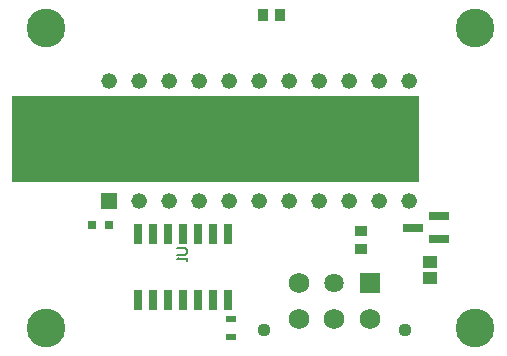
<source format=gbs>
G04*
G04 #@! TF.GenerationSoftware,Altium Limited,Altium Designer,19.1.7 (138)*
G04*
G04 Layer_Color=16711935*
%FSLAX25Y25*%
%MOIN*%
G70*
G01*
G75*
%ADD11C,0.00591*%
%ADD12C,0.12900*%
%ADD13R,0.06632X0.06632*%
%ADD14C,0.06836*%
%ADD15C,0.06424*%
%ADD16C,0.04416*%
%ADD17R,0.05203X0.05203*%
%ADD18C,0.05203*%
G04:AMPARAMS|DCode=34|XSize=29.59mil|YSize=68.96mil|CornerRadius=3.92mil|HoleSize=0mil|Usage=FLASHONLY|Rotation=180.000|XOffset=0mil|YOffset=0mil|HoleType=Round|Shape=RoundedRectangle|*
%AMROUNDEDRECTD34*
21,1,0.02959,0.06112,0,0,180.0*
21,1,0.02175,0.06896,0,0,180.0*
1,1,0.00784,-0.01088,0.03056*
1,1,0.00784,0.01088,0.03056*
1,1,0.00784,0.01088,-0.03056*
1,1,0.00784,-0.01088,-0.03056*
%
%ADD34ROUNDEDRECTD34*%
%ADD35R,0.03156X0.03156*%
%ADD36R,0.06502X0.02762*%
%ADD37R,0.04534X0.03943*%
%ADD38R,0.04337X0.03550*%
%ADD39R,0.03550X0.04337*%
%ADD40R,0.03747X0.02172*%
G36*
X165562Y61258D02*
X30062D01*
Y90000D01*
X165562D01*
X165562Y61258D01*
D02*
G37*
D11*
X85131Y39079D02*
X87755D01*
X88279Y38554D01*
Y37504D01*
X87755Y36980D01*
X85131D01*
X88279Y35930D02*
Y34881D01*
Y35405D01*
X85131D01*
X85656Y35930D01*
D12*
X41500Y12500D02*
D03*
X184500D02*
D03*
Y112500D02*
D03*
X41500D02*
D03*
D13*
X149311Y27500D02*
D03*
D14*
X125689D02*
D03*
X149311Y15689D02*
D03*
X137500D02*
D03*
X125689D02*
D03*
D15*
X137500Y27500D02*
D03*
D16*
X161122Y11988D02*
D03*
X113878D02*
D03*
D17*
X62500Y55000D02*
D03*
D18*
X72500D02*
D03*
X82500D02*
D03*
X92500D02*
D03*
X102500D02*
D03*
X112500D02*
D03*
X122500D02*
D03*
X132500D02*
D03*
X142500D02*
D03*
X152500D02*
D03*
X162500D02*
D03*
Y95000D02*
D03*
X152500D02*
D03*
X142500D02*
D03*
X132500D02*
D03*
X122500D02*
D03*
X112500D02*
D03*
X102500D02*
D03*
X92500D02*
D03*
X82500D02*
D03*
X72500D02*
D03*
X62500D02*
D03*
D34*
X72000Y44000D02*
D03*
X77000D02*
D03*
X82000D02*
D03*
X87000D02*
D03*
X92000D02*
D03*
X97000D02*
D03*
X102000D02*
D03*
X72000Y21756D02*
D03*
X77000D02*
D03*
X82000D02*
D03*
X87000D02*
D03*
X92000D02*
D03*
X97000D02*
D03*
X102000D02*
D03*
D35*
X56854Y46866D02*
D03*
X62366D02*
D03*
D36*
X172331Y49740D02*
D03*
Y42260D02*
D03*
X163669Y46000D02*
D03*
D37*
X169500Y29342D02*
D03*
Y34657D02*
D03*
D38*
X146500Y44953D02*
D03*
Y39047D02*
D03*
D39*
X113547Y117000D02*
D03*
X119453D02*
D03*
D40*
X103000Y15453D02*
D03*
Y9547D02*
D03*
M02*

</source>
